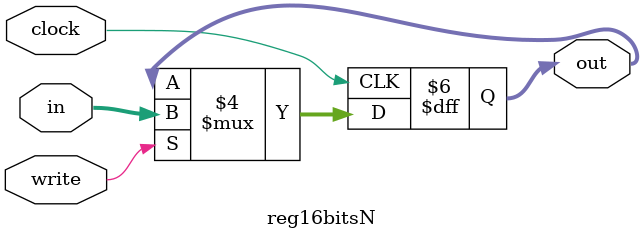
<source format=v>
module reg16bitsN(in,out,write,clock);

	input [15:0]in;
	input write, clock;
	output reg [15:0]out;
	
	initial begin
       out = 16'b0;
	end
	
	always @(negedge clock)begin
		if(write)begin 
			out = in;		
		end
	end
	
endmodule
</source>
